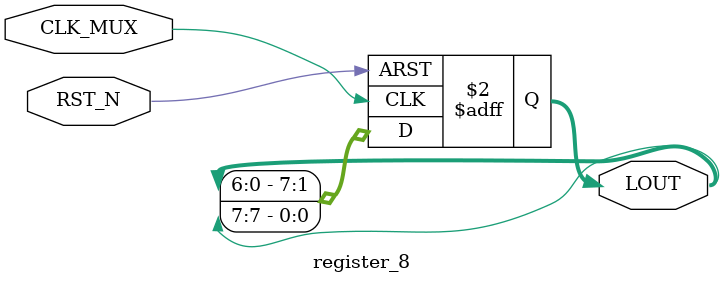
<source format=v>
`timescale 1ns / 1ps
module register_8  (CLK_MUX, RST_N, LOUT);  
input  			CLK_MUX	;
input  			RST_N		;       	//¸ßµçÆ½Òì²½¸´Î»
output  	[7:0] LOUT		;  		//¸´Î»Öµ LD<=8'b0000_0001;
reg		[7:0]	LOUT		;

always @(posedge CLK_MUX or posedge RST_N) begin
	if(RST_N) begin
		LOUT <= 8'b1;
		end
	else begin
		LOUT <= {LOUT[6:0],LOUT[7]};
		end
	end
	
endmodule
</source>
